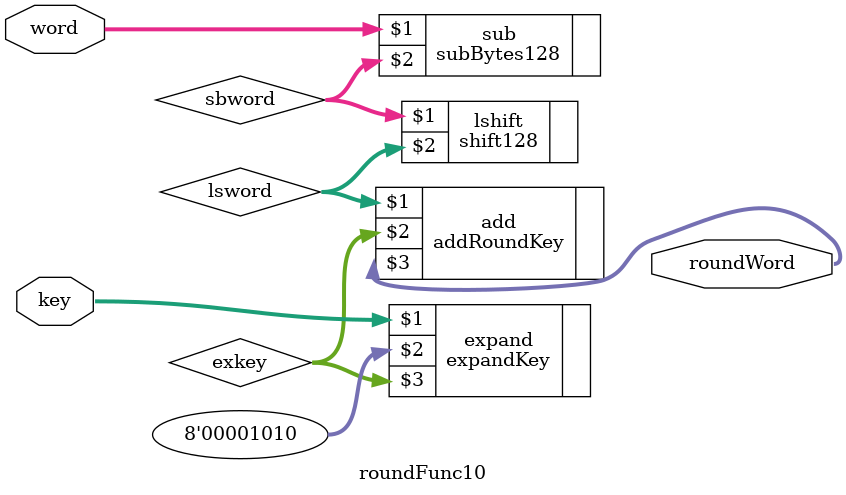
<source format=v>

module roundFunc10 (word, key, roundWord);
input [127:0] word, key;
output [127:0] roundWord;
wire [127:0] sbword, lsword, exkey;

subBytes128 sub     (word, sbword);
shift128    lshift  (sbword, lsword);
expandKey   expand  (key, 8'h0a, exkey);
addRoundKey add     (lsword, exkey, roundWord);
endmodule

</source>
